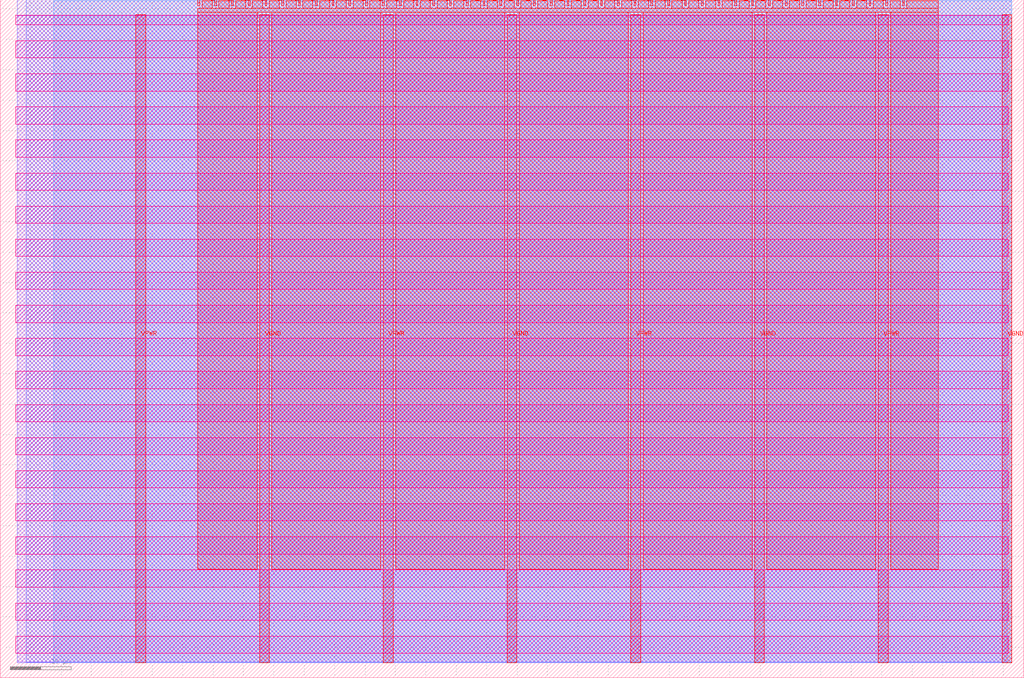
<source format=lef>
VERSION 5.7 ;
  NOWIREEXTENSIONATPIN ON ;
  DIVIDERCHAR "/" ;
  BUSBITCHARS "[]" ;
MACRO tt_um_rejunity_ay8913_dup
  CLASS BLOCK ;
  FOREIGN tt_um_rejunity_ay8913_dup ;
  ORIGIN 0.000 0.000 ;
  SIZE 168.360 BY 111.520 ;
  PIN VGND
    DIRECTION INOUT ;
    USE GROUND ;
    PORT
      LAYER met4 ;
        RECT 42.670 2.480 44.270 109.040 ;
    END
    PORT
      LAYER met4 ;
        RECT 83.380 2.480 84.980 109.040 ;
    END
    PORT
      LAYER met4 ;
        RECT 124.090 2.480 125.690 109.040 ;
    END
    PORT
      LAYER met4 ;
        RECT 164.800 2.480 166.400 109.040 ;
    END
  END VGND
  PIN VPWR
    DIRECTION INOUT ;
    USE POWER ;
    PORT
      LAYER met4 ;
        RECT 22.315 2.480 23.915 109.040 ;
    END
    PORT
      LAYER met4 ;
        RECT 63.025 2.480 64.625 109.040 ;
    END
    PORT
      LAYER met4 ;
        RECT 103.735 2.480 105.335 109.040 ;
    END
    PORT
      LAYER met4 ;
        RECT 144.445 2.480 146.045 109.040 ;
    END
  END VPWR
  PIN clk
    DIRECTION INPUT ;
    USE SIGNAL ;
    ANTENNAGATEAREA 0.852000 ;
    PORT
      LAYER met4 ;
        RECT 145.670 110.520 145.970 111.520 ;
    END
  END clk
  PIN ena
    DIRECTION INPUT ;
    USE SIGNAL ;
    PORT
      LAYER met4 ;
        RECT 148.430 110.520 148.730 111.520 ;
    END
  END ena
  PIN rst_n
    DIRECTION INPUT ;
    USE SIGNAL ;
    ANTENNAGATEAREA 0.213000 ;
    PORT
      LAYER met4 ;
        RECT 142.910 110.520 143.210 111.520 ;
    END
  END rst_n
  PIN ui_in[0]
    DIRECTION INPUT ;
    USE SIGNAL ;
    ANTENNAGATEAREA 0.159000 ;
    PORT
      LAYER met4 ;
        RECT 140.150 110.520 140.450 111.520 ;
    END
  END ui_in[0]
  PIN ui_in[1]
    DIRECTION INPUT ;
    USE SIGNAL ;
    ANTENNAGATEAREA 0.159000 ;
    PORT
      LAYER met4 ;
        RECT 137.390 110.520 137.690 111.520 ;
    END
  END ui_in[1]
  PIN ui_in[2]
    DIRECTION INPUT ;
    USE SIGNAL ;
    ANTENNAGATEAREA 0.159000 ;
    PORT
      LAYER met4 ;
        RECT 134.630 110.520 134.930 111.520 ;
    END
  END ui_in[2]
  PIN ui_in[3]
    DIRECTION INPUT ;
    USE SIGNAL ;
    ANTENNAGATEAREA 0.159000 ;
    PORT
      LAYER met4 ;
        RECT 131.870 110.520 132.170 111.520 ;
    END
  END ui_in[3]
  PIN ui_in[4]
    DIRECTION INPUT ;
    USE SIGNAL ;
    ANTENNAGATEAREA 0.196500 ;
    PORT
      LAYER met4 ;
        RECT 129.110 110.520 129.410 111.520 ;
    END
  END ui_in[4]
  PIN ui_in[5]
    DIRECTION INPUT ;
    USE SIGNAL ;
    ANTENNAGATEAREA 0.213000 ;
    PORT
      LAYER met4 ;
        RECT 126.350 110.520 126.650 111.520 ;
    END
  END ui_in[5]
  PIN ui_in[6]
    DIRECTION INPUT ;
    USE SIGNAL ;
    ANTENNAGATEAREA 0.159000 ;
    PORT
      LAYER met4 ;
        RECT 123.590 110.520 123.890 111.520 ;
    END
  END ui_in[6]
  PIN ui_in[7]
    DIRECTION INPUT ;
    USE SIGNAL ;
    ANTENNAGATEAREA 0.159000 ;
    PORT
      LAYER met4 ;
        RECT 120.830 110.520 121.130 111.520 ;
    END
  END ui_in[7]
  PIN uio_in[0]
    DIRECTION INPUT ;
    USE SIGNAL ;
    ANTENNAGATEAREA 0.196500 ;
    PORT
      LAYER met4 ;
        RECT 118.070 110.520 118.370 111.520 ;
    END
  END uio_in[0]
  PIN uio_in[1]
    DIRECTION INPUT ;
    USE SIGNAL ;
    ANTENNAGATEAREA 0.196500 ;
    PORT
      LAYER met4 ;
        RECT 115.310 110.520 115.610 111.520 ;
    END
  END uio_in[1]
  PIN uio_in[2]
    DIRECTION INPUT ;
    USE SIGNAL ;
    ANTENNAGATEAREA 0.196500 ;
    PORT
      LAYER met4 ;
        RECT 112.550 110.520 112.850 111.520 ;
    END
  END uio_in[2]
  PIN uio_in[3]
    DIRECTION INPUT ;
    USE SIGNAL ;
    ANTENNAGATEAREA 0.196500 ;
    PORT
      LAYER met4 ;
        RECT 109.790 110.520 110.090 111.520 ;
    END
  END uio_in[3]
  PIN uio_in[4]
    DIRECTION INPUT ;
    USE SIGNAL ;
    PORT
      LAYER met4 ;
        RECT 107.030 110.520 107.330 111.520 ;
    END
  END uio_in[4]
  PIN uio_in[5]
    DIRECTION INPUT ;
    USE SIGNAL ;
    PORT
      LAYER met4 ;
        RECT 104.270 110.520 104.570 111.520 ;
    END
  END uio_in[5]
  PIN uio_in[6]
    DIRECTION INPUT ;
    USE SIGNAL ;
    PORT
      LAYER met4 ;
        RECT 101.510 110.520 101.810 111.520 ;
    END
  END uio_in[6]
  PIN uio_in[7]
    DIRECTION INPUT ;
    USE SIGNAL ;
    PORT
      LAYER met4 ;
        RECT 98.750 110.520 99.050 111.520 ;
    END
  END uio_in[7]
  PIN uio_oe[0]
    DIRECTION OUTPUT TRISTATE ;
    USE SIGNAL ;
    PORT
      LAYER met4 ;
        RECT 51.830 110.520 52.130 111.520 ;
    END
  END uio_oe[0]
  PIN uio_oe[1]
    DIRECTION OUTPUT TRISTATE ;
    USE SIGNAL ;
    PORT
      LAYER met4 ;
        RECT 49.070 110.520 49.370 111.520 ;
    END
  END uio_oe[1]
  PIN uio_oe[2]
    DIRECTION OUTPUT TRISTATE ;
    USE SIGNAL ;
    PORT
      LAYER met4 ;
        RECT 46.310 110.520 46.610 111.520 ;
    END
  END uio_oe[2]
  PIN uio_oe[3]
    DIRECTION OUTPUT TRISTATE ;
    USE SIGNAL ;
    PORT
      LAYER met4 ;
        RECT 43.550 110.520 43.850 111.520 ;
    END
  END uio_oe[3]
  PIN uio_oe[4]
    DIRECTION OUTPUT TRISTATE ;
    USE SIGNAL ;
    PORT
      LAYER met4 ;
        RECT 40.790 110.520 41.090 111.520 ;
    END
  END uio_oe[4]
  PIN uio_oe[5]
    DIRECTION OUTPUT TRISTATE ;
    USE SIGNAL ;
    PORT
      LAYER met4 ;
        RECT 38.030 110.520 38.330 111.520 ;
    END
  END uio_oe[5]
  PIN uio_oe[6]
    DIRECTION OUTPUT TRISTATE ;
    USE SIGNAL ;
    PORT
      LAYER met4 ;
        RECT 35.270 110.520 35.570 111.520 ;
    END
  END uio_oe[6]
  PIN uio_oe[7]
    DIRECTION OUTPUT TRISTATE ;
    USE SIGNAL ;
    PORT
      LAYER met4 ;
        RECT 32.510 110.520 32.810 111.520 ;
    END
  END uio_oe[7]
  PIN uio_out[0]
    DIRECTION OUTPUT TRISTATE ;
    USE SIGNAL ;
    PORT
      LAYER met4 ;
        RECT 73.910 110.520 74.210 111.520 ;
    END
  END uio_out[0]
  PIN uio_out[1]
    DIRECTION OUTPUT TRISTATE ;
    USE SIGNAL ;
    PORT
      LAYER met4 ;
        RECT 71.150 110.520 71.450 111.520 ;
    END
  END uio_out[1]
  PIN uio_out[2]
    DIRECTION OUTPUT TRISTATE ;
    USE SIGNAL ;
    PORT
      LAYER met4 ;
        RECT 68.390 110.520 68.690 111.520 ;
    END
  END uio_out[2]
  PIN uio_out[3]
    DIRECTION OUTPUT TRISTATE ;
    USE SIGNAL ;
    PORT
      LAYER met4 ;
        RECT 65.630 110.520 65.930 111.520 ;
    END
  END uio_out[3]
  PIN uio_out[4]
    DIRECTION OUTPUT TRISTATE ;
    USE SIGNAL ;
    ANTENNADIFFAREA 0.795200 ;
    PORT
      LAYER met4 ;
        RECT 62.870 110.520 63.170 111.520 ;
    END
  END uio_out[4]
  PIN uio_out[5]
    DIRECTION OUTPUT TRISTATE ;
    USE SIGNAL ;
    ANTENNADIFFAREA 0.795200 ;
    PORT
      LAYER met4 ;
        RECT 60.110 110.520 60.410 111.520 ;
    END
  END uio_out[5]
  PIN uio_out[6]
    DIRECTION OUTPUT TRISTATE ;
    USE SIGNAL ;
    ANTENNADIFFAREA 0.445500 ;
    PORT
      LAYER met4 ;
        RECT 57.350 110.520 57.650 111.520 ;
    END
  END uio_out[6]
  PIN uio_out[7]
    DIRECTION OUTPUT TRISTATE ;
    USE SIGNAL ;
    ANTENNADIFFAREA 0.795200 ;
    PORT
      LAYER met4 ;
        RECT 54.590 110.520 54.890 111.520 ;
    END
  END uio_out[7]
  PIN uo_out[0]
    DIRECTION OUTPUT TRISTATE ;
    USE SIGNAL ;
    ANTENNADIFFAREA 1.431000 ;
    PORT
      LAYER met4 ;
        RECT 95.990 110.520 96.290 111.520 ;
    END
  END uo_out[0]
  PIN uo_out[1]
    DIRECTION OUTPUT TRISTATE ;
    USE SIGNAL ;
    ANTENNADIFFAREA 0.445500 ;
    PORT
      LAYER met4 ;
        RECT 93.230 110.520 93.530 111.520 ;
    END
  END uo_out[1]
  PIN uo_out[2]
    DIRECTION OUTPUT TRISTATE ;
    USE SIGNAL ;
    ANTENNADIFFAREA 0.795200 ;
    PORT
      LAYER met4 ;
        RECT 90.470 110.520 90.770 111.520 ;
    END
  END uo_out[2]
  PIN uo_out[3]
    DIRECTION OUTPUT TRISTATE ;
    USE SIGNAL ;
    ANTENNADIFFAREA 0.445500 ;
    PORT
      LAYER met4 ;
        RECT 87.710 110.520 88.010 111.520 ;
    END
  END uo_out[3]
  PIN uo_out[4]
    DIRECTION OUTPUT TRISTATE ;
    USE SIGNAL ;
    ANTENNADIFFAREA 1.431000 ;
    PORT
      LAYER met4 ;
        RECT 84.950 110.520 85.250 111.520 ;
    END
  END uo_out[4]
  PIN uo_out[5]
    DIRECTION OUTPUT TRISTATE ;
    USE SIGNAL ;
    ANTENNADIFFAREA 0.795200 ;
    PORT
      LAYER met4 ;
        RECT 82.190 110.520 82.490 111.520 ;
    END
  END uo_out[5]
  PIN uo_out[6]
    DIRECTION OUTPUT TRISTATE ;
    USE SIGNAL ;
    ANTENNADIFFAREA 0.445500 ;
    PORT
      LAYER met4 ;
        RECT 79.430 110.520 79.730 111.520 ;
    END
  END uo_out[6]
  PIN uo_out[7]
    DIRECTION OUTPUT TRISTATE ;
    USE SIGNAL ;
    ANTENNADIFFAREA 1.431000 ;
    PORT
      LAYER met4 ;
        RECT 76.670 110.520 76.970 111.520 ;
    END
  END uo_out[7]
  OBS
      LAYER nwell ;
        RECT 2.570 107.385 165.790 108.990 ;
        RECT 2.570 101.945 165.790 104.775 ;
        RECT 2.570 96.505 165.790 99.335 ;
        RECT 2.570 91.065 165.790 93.895 ;
        RECT 2.570 85.625 165.790 88.455 ;
        RECT 2.570 80.185 165.790 83.015 ;
        RECT 2.570 74.745 165.790 77.575 ;
        RECT 2.570 69.305 165.790 72.135 ;
        RECT 2.570 63.865 165.790 66.695 ;
        RECT 2.570 58.425 165.790 61.255 ;
        RECT 2.570 52.985 165.790 55.815 ;
        RECT 2.570 47.545 165.790 50.375 ;
        RECT 2.570 42.105 165.790 44.935 ;
        RECT 2.570 36.665 165.790 39.495 ;
        RECT 2.570 31.225 165.790 34.055 ;
        RECT 2.570 25.785 165.790 28.615 ;
        RECT 2.570 20.345 165.790 23.175 ;
        RECT 2.570 14.905 165.790 17.735 ;
        RECT 2.570 9.465 165.790 12.295 ;
        RECT 2.570 4.025 165.790 6.855 ;
      LAYER li1 ;
        RECT 2.760 2.635 165.600 108.885 ;
      LAYER met1 ;
        RECT 2.760 2.480 166.400 111.480 ;
      LAYER met2 ;
        RECT 4.240 2.535 166.370 111.510 ;
      LAYER met3 ;
        RECT 8.805 2.555 166.390 111.345 ;
      LAYER met4 ;
        RECT 33.210 110.120 34.870 111.345 ;
        RECT 35.970 110.120 37.630 111.345 ;
        RECT 38.730 110.120 40.390 111.345 ;
        RECT 41.490 110.120 43.150 111.345 ;
        RECT 44.250 110.120 45.910 111.345 ;
        RECT 47.010 110.120 48.670 111.345 ;
        RECT 49.770 110.120 51.430 111.345 ;
        RECT 52.530 110.120 54.190 111.345 ;
        RECT 55.290 110.120 56.950 111.345 ;
        RECT 58.050 110.120 59.710 111.345 ;
        RECT 60.810 110.120 62.470 111.345 ;
        RECT 63.570 110.120 65.230 111.345 ;
        RECT 66.330 110.120 67.990 111.345 ;
        RECT 69.090 110.120 70.750 111.345 ;
        RECT 71.850 110.120 73.510 111.345 ;
        RECT 74.610 110.120 76.270 111.345 ;
        RECT 77.370 110.120 79.030 111.345 ;
        RECT 80.130 110.120 81.790 111.345 ;
        RECT 82.890 110.120 84.550 111.345 ;
        RECT 85.650 110.120 87.310 111.345 ;
        RECT 88.410 110.120 90.070 111.345 ;
        RECT 91.170 110.120 92.830 111.345 ;
        RECT 93.930 110.120 95.590 111.345 ;
        RECT 96.690 110.120 98.350 111.345 ;
        RECT 99.450 110.120 101.110 111.345 ;
        RECT 102.210 110.120 103.870 111.345 ;
        RECT 104.970 110.120 106.630 111.345 ;
        RECT 107.730 110.120 109.390 111.345 ;
        RECT 110.490 110.120 112.150 111.345 ;
        RECT 113.250 110.120 114.910 111.345 ;
        RECT 116.010 110.120 117.670 111.345 ;
        RECT 118.770 110.120 120.430 111.345 ;
        RECT 121.530 110.120 123.190 111.345 ;
        RECT 124.290 110.120 125.950 111.345 ;
        RECT 127.050 110.120 128.710 111.345 ;
        RECT 129.810 110.120 131.470 111.345 ;
        RECT 132.570 110.120 134.230 111.345 ;
        RECT 135.330 110.120 136.990 111.345 ;
        RECT 138.090 110.120 139.750 111.345 ;
        RECT 140.850 110.120 142.510 111.345 ;
        RECT 143.610 110.120 145.270 111.345 ;
        RECT 146.370 110.120 148.030 111.345 ;
        RECT 149.130 110.120 154.265 111.345 ;
        RECT 32.495 109.440 154.265 110.120 ;
        RECT 32.495 17.855 42.270 109.440 ;
        RECT 44.670 17.855 62.625 109.440 ;
        RECT 65.025 17.855 82.980 109.440 ;
        RECT 85.380 17.855 103.335 109.440 ;
        RECT 105.735 17.855 123.690 109.440 ;
        RECT 126.090 17.855 144.045 109.440 ;
        RECT 146.445 17.855 154.265 109.440 ;
  END
END tt_um_rejunity_ay8913_dup
END LIBRARY


</source>
